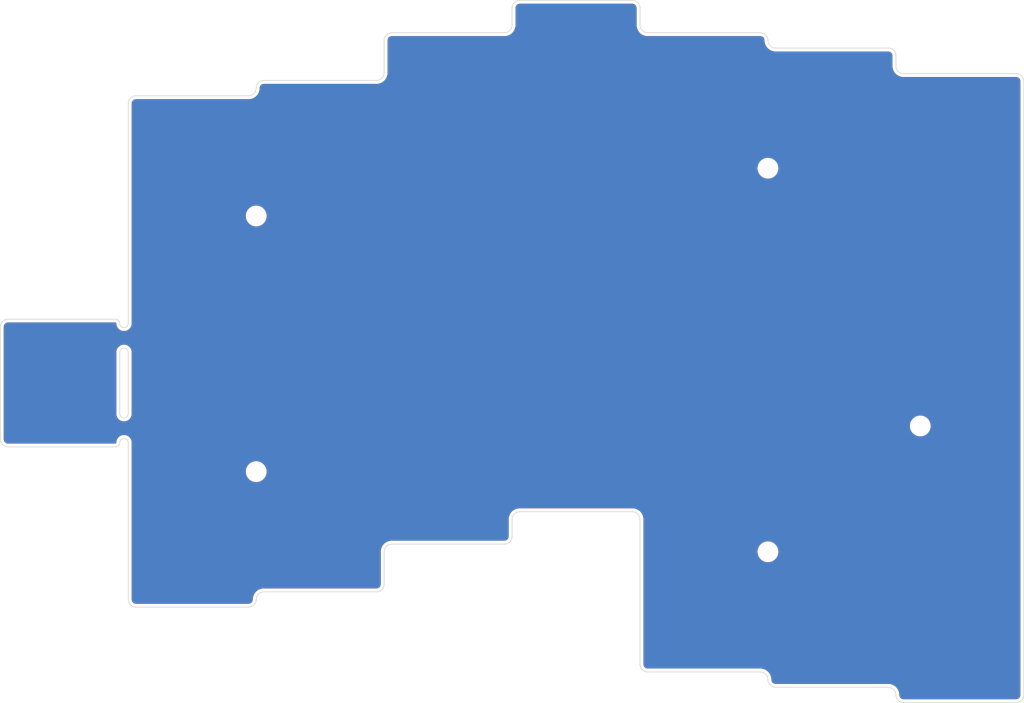
<source format=kicad_pcb>
(kicad_pcb (version 20210424) (generator pcbnew)
  (layers (0 "F.Cu" signal) (31 "B.Cu" signal) (34 "B.Paste" user) (35 "F.Paste" user) (36 "B.SilkS" user "B.Silkscreen") (37 "F.SilkS" user "F.Silkscreen") (38 "B.Mask" user) (39 "F.Mask" user) (44 "Edge.Cuts" user))
  (net 0 "")
  (footprint "jiran-ble-lite:Hole_Mount_M2" (layer "F.Cu") (at 206.5782 106.2228)
    (fp_text reference "H6" hide)
    (fp_text value "Hole_Mount_M2" hide)
    (pad "" np_thru_hole circle (at 0 0) (size 2.1 2.1) (drill 2.1) (layers *.Cu *.Mask))
  )
  (footprint "jiran-ble-lite:Hole_Mount_M2" (layer "F.Cu") (at 107.696 74.93)
    (fp_text reference "H3" hide)
    (fp_text value "Hole_Mount_M2" hide)
    (pad "" np_thru_hole circle (at 0 0) (size 2.1 2.1) (drill 2.1) (layers *.Cu *.Mask))
  )
  (footprint "jiran-ble-lite:Hole_Mount_M2" (layer "F.Cu") (at 183.896 124.968)
    (fp_text reference "H1" hide)
    (fp_text value "Hole_Mount_M2" hide)
    (pad "" np_thru_hole circle (at 0 0) (size 2.1 2.1) (drill 2.1) (layers *.Cu *.Mask))
  )
  (footprint "jiran-ble-lite:Hole_Mount_M2" (layer "F.Cu") (at 107.696 113.03)
    (fp_text reference "H4" hide)
    (fp_text value "Hole_Mount_M2" hide)
    (pad "" np_thru_hole circle (at 0 0) (size 2.1 2.1) (drill 2.1) (layers *.Cu *.Mask))
  )
  (footprint "jiran-ble-lite:Hole_Mount_M2" (layer "F.Cu") (at 183.896 67.818)
    (fp_text reference "H2" hide)
    (fp_text value "Hole_Mount_M2" hide)
    (pad "" np_thru_hole circle (at 0 0) (size 2.1 2.1) (drill 2.1) (layers *.Cu *.Mask))
  )
  (gr_line (start 145.796 120.142) (end 145.796 122.682) (layer "Edge.Cuts") (width 0.1))
  (gr_line (start 145.796 46.482) (end 145.796 43.942) (layer "Edge.Cuts") (width 0.1))
  (gr_arc (start 89.789 132.08) (end 88.646 132.08) (angle -90) (layer "Edge.Cuts") (width 0.1))
  (gr_line (start 127.889 47.625) (end 144.653 47.625) (layer "Edge.Cuts") (width 0.1))
  (gr_arc (start 165.989 141.732) (end 164.846 141.732) (angle -90) (layer "Edge.Cuts") (width 0.1))
  (gr_line (start 88.645996 104.394004) (end 88.645996 95.249996) (layer "Edge.Cuts") (width 0.1))
  (gr_arc (start 185.039 144.018) (end 183.896 144.018) (angle -90) (layer "Edge.Cuts") (width 0.1))
  (gr_arc (start 146.939 43.942) (end 146.939 42.799) (angle -90) (layer "Edge.Cuts") (width 0.1))
  (gr_line (start 182.753 142.875) (end 165.989 142.875) (layer "Edge.Cuts") (width 0.1))
  (gr_line (start 88.646 58.166) (end 88.645989 90.931999) (layer "Edge.Cuts") (width 0.1))
  (gr_line (start 202.946 51.054) (end 202.946 52.578) (layer "Edge.Cuts") (width 0.1))
  (gr_arc (start 163.703 43.942) (end 164.846 43.942) (angle -90) (layer "Edge.Cuts") (width 0.1))
  (gr_arc (start 127.889 124.968) (end 127.889 123.825) (angle -90) (layer "Edge.Cuts") (width 0.1))
  (gr_line (start 146.939 42.799) (end 163.703 42.799) (layer "Edge.Cuts") (width 0.1))
  (gr_arc (start 88.010992 108.712004) (end 87.375996 108.712004) (angle 90) (layer "Edge.Cuts") (width 0.1))
  (gr_arc (start 220.853 54.864) (end 221.996 54.864) (angle -90) (layer "Edge.Cuts") (width 0.1))
  (gr_arc (start 182.753 48.768) (end 183.896 48.768) (angle -90) (layer "Edge.Cuts") (width 0.1))
  (gr_line (start 86.741 109.347) (end 70.739 109.347) (layer "Edge.Cuts") (width 0.1))
  (gr_line (start 89.789 57.023) (end 106.553 57.023) (layer "Edge.Cuts") (width 0.1))
  (gr_arc (start 204.089 52.578) (end 202.946 52.578) (angle -90) (layer "Edge.Cuts") (width 0.1))
  (gr_line (start 70.739 90.297) (end 86.741 90.297004) (layer "Edge.Cuts") (width 0.1))
  (gr_arc (start 89.789 58.166) (end 89.789 57.023) (angle -90) (layer "Edge.Cuts") (width 0.1))
  (gr_arc (start 86.741 108.712004) (end 87.375996 108.712004) (angle 90) (layer "Edge.Cuts") (width 0.1))
  (gr_line (start 164.846 141.732) (end 164.846 120.142) (layer "Edge.Cuts") (width 0.1))
  (gr_line (start 163.703 118.999) (end 146.939 118.999) (layer "Edge.Cuts") (width 0.1))
  (gr_line (start 87.376004 95.249996) (end 87.376004 104.394004) (layer "Edge.Cuts") (width 0.1))
  (gr_arc (start 88.011 95.249996) (end 88.011 94.615) (angle 90) (layer "Edge.Cuts") (width 0.1))
  (gr_arc (start 220.853 146.304) (end 220.853 147.447) (angle -90) (layer "Edge.Cuts") (width 0.1))
  (gr_arc (start 88.011 104.394004) (end 88.011 105.029) (angle 90) (layer "Edge.Cuts") (width 0.1))
  (gr_line (start 204.089 147.447) (end 220.853 147.447) (layer "Edge.Cuts") (width 0.1))
  (gr_arc (start 127.889 48.768) (end 127.889 47.625) (angle -90) (layer "Edge.Cuts") (width 0.1))
  (gr_arc (start 106.553 55.88) (end 106.553 57.023) (angle -90) (layer "Edge.Cuts") (width 0.1))
  (gr_line (start 164.846 43.942) (end 164.846 46.482) (layer "Edge.Cuts") (width 0.1))
  (gr_line (start 165.989 47.625) (end 182.753 47.625) (layer "Edge.Cuts") (width 0.1))
  (gr_arc (start 86.741 90.932) (end 86.741 90.297004) (angle 90) (layer "Edge.Cuts") (width 0.1))
  (gr_line (start 88.645988 108.712004) (end 88.646 132.08) (layer "Edge.Cuts") (width 0.1))
  (gr_arc (start 165.989 46.482) (end 164.846 46.482) (angle -90) (layer "Edge.Cuts") (width 0.1))
  (gr_arc (start 88.011 95.249996) (end 87.376004 95.249996) (angle 90) (layer "Edge.Cuts") (width 0.1))
  (gr_arc (start 88.010992 108.712004) (end 88.010992 108.077008) (angle 90) (layer "Edge.Cuts") (width 0.1))
  (gr_arc (start 108.839 55.88) (end 108.839 54.737) (angle -90) (layer "Edge.Cuts") (width 0.1))
  (gr_line (start 125.603 130.937) (end 108.839 130.937) (layer "Edge.Cuts") (width 0.1))
  (gr_line (start 69.596 108.204) (end 69.596 91.44) (layer "Edge.Cuts") (width 0.1))
  (gr_line (start 126.746 53.594) (end 126.746 48.768) (layer "Edge.Cuts") (width 0.1))
  (gr_arc (start 70.739 91.44) (end 70.739 90.297) (angle -90) (layer "Edge.Cuts") (width 0.1))
  (gr_line (start 144.653 123.825) (end 127.889 123.825) (layer "Edge.Cuts") (width 0.1))
  (gr_arc (start 201.803 51.054) (end 202.946 51.054) (angle -90) (layer "Edge.Cuts") (width 0.1))
  (gr_arc (start 70.739 108.204) (end 69.596 108.204) (angle -90) (layer "Edge.Cuts") (width 0.1))
  (gr_arc (start 185.039 48.768) (end 183.896 48.768) (angle -90) (layer "Edge.Cuts") (width 0.1))
  (gr_arc (start 146.939 120.142) (end 146.939 118.999) (angle -90) (layer "Edge.Cuts") (width 0.1))
  (gr_arc (start 108.839 132.08) (end 108.839 130.937) (angle -90) (layer "Edge.Cuts") (width 0.1))
  (gr_line (start 185.039 49.911) (end 201.803 49.911) (layer "Edge.Cuts") (width 0.1))
  (gr_line (start 106.553 133.223) (end 89.789 133.223) (layer "Edge.Cuts") (width 0.1))
  (gr_arc (start 204.089 146.304) (end 202.946 146.304) (angle -90) (layer "Edge.Cuts") (width 0.1))
  (gr_arc (start 125.603 53.594) (end 125.603 54.737) (angle -90) (layer "Edge.Cuts") (width 0.1))
  (gr_arc (start 88.010992 90.932) (end 88.010992 91.566996) (angle 90) (layer "Edge.Cuts") (width 0.1))
  (gr_arc (start 106.553 132.08) (end 106.553 133.223) (angle -90) (layer "Edge.Cuts") (width 0.1))
  (gr_arc (start 144.653 46.482) (end 144.653 47.625) (angle -90) (layer "Edge.Cuts") (width 0.1))
  (gr_arc (start 163.703 120.142) (end 164.846 120.142) (angle -90) (layer "Edge.Cuts") (width 0.1))
  (gr_line (start 126.746 124.968) (end 126.746 129.794) (layer "Edge.Cuts") (width 0.1))
  (gr_line (start 220.853 53.721) (end 204.089 53.721) (layer "Edge.Cuts") (width 0.1))
  (gr_arc (start 144.653 122.682) (end 144.653 123.825) (angle -90) (layer "Edge.Cuts") (width 0.1))
  (gr_arc (start 182.753 144.018) (end 183.896 144.018) (angle -90) (layer "Edge.Cuts") (width 0.1))
  (gr_arc (start 88.011 104.394004) (end 88.645996 104.394004) (angle 90) (layer "Edge.Cuts") (width 0.1))
  (gr_arc (start 201.803 146.304) (end 202.946 146.304) (angle -90) (layer "Edge.Cuts") (width 0.1))
  (gr_line (start 221.996 146.304) (end 221.996 54.864) (layer "Edge.Cuts") (width 0.1))
  (gr_arc (start 88.010993 90.931999) (end 88.645989 90.931999) (angle 90) (layer "Edge.Cuts") (width 0.1))
  (gr_line (start 108.839 54.737) (end 125.603 54.737) (layer "Edge.Cuts") (width 0.1))
  (gr_arc (start 125.603 129.794) (end 125.603 130.937) (angle -90) (layer "Edge.Cuts") (width 0.1))
  (gr_line (start 201.803 145.161) (end 185.039 145.161) (layer "Edge.Cuts") (width 0.1))
  (zone (net 0) (net_name "") (layer "F.Cu") (connect_pads (clearance 0.508)) (min_thickness 0.254) (fill yes (thermal_gap 0.508) (thermal_bridge_width 0.508))
    (polygon (pts (xy 164.846 47.625) (xy 183.896 47.625) (xy 183.896 49.911) (xy 202.946 49.911) (xy 202.946 53.721) (xy 221.996 53.721) (xy 221.996 147.447) (xy 202.946 147.447) (xy 202.946 145.161) (xy 183.896 145.161) (xy 183.896 142.875) (xy 164.846 142.875) (xy 164.846 118.999) (xy 145.796 118.999) (xy 145.796 123.825) (xy 126.746 123.825) (xy 126.746 130.937) (xy 107.696 130.937) (xy 107.696 133.223) (xy 88.646 133.223) (xy 88.646 109.347) (xy 69.596 109.347) (xy 69.596 90.297) (xy 88.646 90.297) (xy 88.646 57.023) (xy 107.696 57.023) (xy 107.696 54.737) (xy 126.746 54.737) (xy 126.746 47.625) (xy 145.796 47.625) (xy 145.796 42.799) (xy 164.846 42.799)))
  )
  (zone (net 0) (net_name "") (layer "B.Cu") (connect_pads (clearance 0.508)) (min_thickness 0.254) (fill yes (thermal_gap 0.508) (thermal_bridge_width 0.508))
    (polygon (pts (xy 164.846 47.625) (xy 183.896 47.625) (xy 183.896 49.911) (xy 202.946 49.911) (xy 202.946 53.721) (xy 221.996 53.721) (xy 221.996 147.447) (xy 202.946 147.447) (xy 202.946 145.161) (xy 183.896 145.161) (xy 183.896 142.875) (xy 164.846 142.875) (xy 164.846 118.999) (xy 145.796 118.999) (xy 145.796 123.825) (xy 126.746 123.825) (xy 126.746 130.937) (xy 107.696 130.937) (xy 107.696 133.223) (xy 88.646 133.223) (xy 88.646 109.347) (xy 69.596 109.347) (xy 69.596 90.297) (xy 88.646 90.297) (xy 88.646 57.023) (xy 107.696 57.023) (xy 107.696 54.737) (xy 126.746 54.737) (xy 126.746 47.625) (xy 145.796 47.625) (xy 145.796 42.799) (xy 164.846 42.799)))
  )
)
</source>
